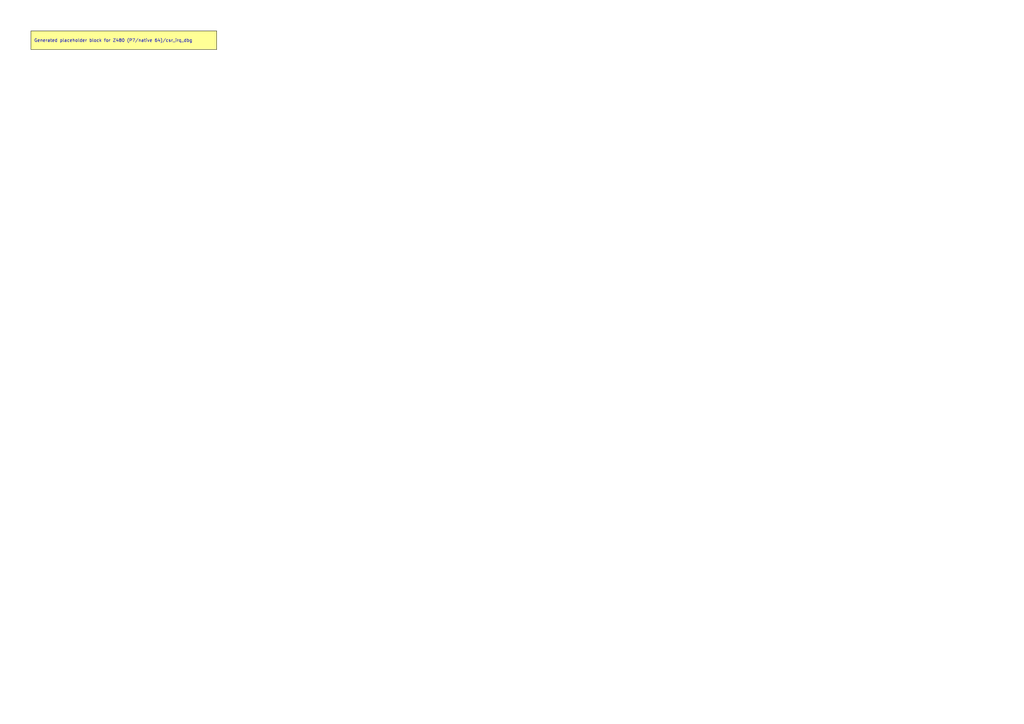
<source format=kicad_sch>
(kicad_sch
	(version 20250114)
	(generator "kicadgen")
	(generator_version "0.2")
	(uuid "434f40bc-b6b9-5318-8d69-bc8e99fa1f4b")
	(paper "A3")
	(title_block
		(title "Z480 (P7/native 64)::csr_irq_dbg")
		(company "Project Carbon")
		(comment 1 "Generated - do not edit in generated/")
		(comment 2 "Edit in schem/kicad9/manual/ or refine mapping specs")
	)
	(lib_symbols)
	(text_box
		"Generated placeholder block for Z480 (P7/native 64)/csr_irq_dbg"
		(exclude_from_sim no)
		(at
			12.7
			12.7
			0
		)
		(size 76.2 7.62)
		(margins
			1.27
			1.27
			1.27
			1.27
		)
		(stroke
			(width 0)
			(type default)
			(color
				0
				0
				0
				1
			)
		)
		(fill
			(type color)
			(color
				255
				255
				150
				1
			)
		)
		(effects
			(font
				(size 1.27 1.27)
			)
			(justify left)
		)
		(uuid "979938e5-4a4b-54fd-8f28-6f9ed3e31bfc")
	)
	(sheet_instances
		(path
			"/"
			(page "1")
		)
	)
	(embedded_fonts no)
)

</source>
